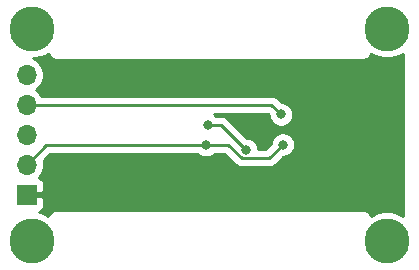
<source format=gbr>
%TF.GenerationSoftware,KiCad,Pcbnew,(5.99.0-11678-ga208dac8d8)*%
%TF.CreationDate,2021-08-19T14:25:42+07:00*%
%TF.ProjectId,sharp_memory_display,73686172-705f-46d6-956d-6f72795f6469,rev?*%
%TF.SameCoordinates,Original*%
%TF.FileFunction,Copper,L1,Top*%
%TF.FilePolarity,Positive*%
%FSLAX46Y46*%
G04 Gerber Fmt 4.6, Leading zero omitted, Abs format (unit mm)*
G04 Created by KiCad (PCBNEW (5.99.0-11678-ga208dac8d8)) date 2021-08-19 14:25:42*
%MOMM*%
%LPD*%
G01*
G04 APERTURE LIST*
%TA.AperFunction,ComponentPad*%
%ADD10C,3.800000*%
%TD*%
%TA.AperFunction,ComponentPad*%
%ADD11O,1.700000X1.700000*%
%TD*%
%TA.AperFunction,ComponentPad*%
%ADD12R,1.700000X1.700000*%
%TD*%
%TA.AperFunction,ViaPad*%
%ADD13C,0.800000*%
%TD*%
%TA.AperFunction,Conductor*%
%ADD14C,0.250000*%
%TD*%
%TA.AperFunction,Conductor*%
%ADD15C,0.254000*%
%TD*%
G04 APERTURE END LIST*
D10*
%TO.P,H4,1*%
%TO.N,N/C*%
X54752642Y-21490389D03*
%TD*%
%TO.P,H3,1*%
%TO.N,N/C*%
X24752642Y-39490389D03*
%TD*%
%TO.P,H2,1*%
%TO.N,N/C*%
X24752642Y-21490389D03*
%TD*%
%TO.P,H1,1*%
%TO.N,N/C*%
X54752642Y-39490389D03*
%TD*%
D11*
%TO.P,J1,5*%
%TO.N,SCLK*%
X24252600Y-25410400D03*
%TO.P,J1,4*%
%TO.N,SI*%
X24252600Y-27950400D03*
%TO.P,J1,3*%
%TO.N,SCS*%
X24252600Y-30490400D03*
%TO.P,J1,2*%
%TO.N,VDD*%
X24252600Y-33030400D03*
D12*
%TO.P,J1,1*%
%TO.N,VSS*%
X24252600Y-35570400D03*
%TD*%
D13*
%TO.N,VDD*%
X39437200Y-31362500D03*
X45952642Y-31315389D03*
%TO.N,SI*%
X45802642Y-28765389D03*
%TO.N,EXTMODE*%
X42849500Y-31768500D03*
X39591300Y-29618300D03*
%TD*%
D14*
%TO.N,VDD*%
X39484311Y-31315389D02*
X39437200Y-31362500D01*
X41323387Y-31315389D02*
X39484311Y-31315389D01*
X44774530Y-32493501D02*
X42501499Y-32493501D01*
X42501499Y-32493501D02*
X41323387Y-31315389D01*
X45952642Y-31315389D02*
X44774530Y-32493501D01*
X25920500Y-31362500D02*
X24252600Y-33030400D01*
X39437200Y-31362500D02*
X25920500Y-31362500D01*
%TO.N,SI*%
X44987653Y-27950400D02*
X24252600Y-27950400D01*
X45802642Y-28765389D02*
X44987653Y-27950400D01*
%TO.N,EXTMODE*%
X39591300Y-29618300D02*
X40699300Y-29618300D01*
X40699300Y-29618300D02*
X42849500Y-31768500D01*
%TD*%
%TO.N,VSS*%
D15*
X26139932Y-23744182D02*
X26201217Y-23858839D01*
X26283694Y-23959337D01*
X26384192Y-24041814D01*
X26498849Y-24103099D01*
X26623259Y-24140839D01*
X26720223Y-24150389D01*
X26752642Y-24153582D01*
X26785061Y-24150389D01*
X52720223Y-24150389D01*
X52752642Y-24153582D01*
X52785061Y-24150389D01*
X52882025Y-24140839D01*
X53006435Y-24103099D01*
X53121092Y-24041814D01*
X53221590Y-23959337D01*
X53304067Y-23858839D01*
X53365352Y-23744182D01*
X53398619Y-23634517D01*
X53551827Y-23736888D01*
X54013168Y-23927982D01*
X54502924Y-24025400D01*
X55002276Y-24025400D01*
X55492032Y-23927982D01*
X55953373Y-23736888D01*
X56092643Y-23643831D01*
X56092642Y-37336969D01*
X55953373Y-37243912D01*
X55492032Y-37052818D01*
X55002276Y-36955400D01*
X54502924Y-36955400D01*
X54013168Y-37052818D01*
X53551827Y-37243912D01*
X53398624Y-37346279D01*
X53365351Y-37236596D01*
X53304066Y-37121939D01*
X53221589Y-37021441D01*
X53121091Y-36938964D01*
X53006434Y-36877679D01*
X52882024Y-36839939D01*
X52785060Y-36830389D01*
X52785053Y-36830389D01*
X52752641Y-36827197D01*
X52720232Y-36830389D01*
X26785061Y-36830389D01*
X26752642Y-36827196D01*
X26720223Y-36830389D01*
X26623259Y-36839939D01*
X26498849Y-36877679D01*
X26384192Y-36938964D01*
X26283694Y-37021441D01*
X26201217Y-37121939D01*
X26139932Y-37236596D01*
X26106645Y-37346326D01*
X25953373Y-37243912D01*
X25492032Y-37052818D01*
X25318859Y-37018372D01*
X25346780Y-37009902D01*
X25457094Y-36950937D01*
X25553785Y-36871585D01*
X25633137Y-36774894D01*
X25692102Y-36664580D01*
X25728412Y-36544882D01*
X25740672Y-36420400D01*
X25737600Y-35856150D01*
X25578850Y-35697400D01*
X24379600Y-35697400D01*
X24379600Y-35717400D01*
X24125600Y-35717400D01*
X24125600Y-35697400D01*
X24105600Y-35697400D01*
X24105600Y-35443400D01*
X24125600Y-35443400D01*
X24125600Y-35423400D01*
X24379600Y-35423400D01*
X24379600Y-35443400D01*
X25578850Y-35443400D01*
X25737600Y-35284650D01*
X25740672Y-34720400D01*
X25728412Y-34595918D01*
X25692102Y-34476220D01*
X25633137Y-34365906D01*
X25553785Y-34269215D01*
X25457094Y-34189863D01*
X25346780Y-34130898D01*
X25274220Y-34108887D01*
X25406075Y-33977032D01*
X25568590Y-33733811D01*
X25680532Y-33463558D01*
X25737600Y-33176660D01*
X25737600Y-32884140D01*
X25693810Y-32663992D01*
X26235302Y-32122500D01*
X38733489Y-32122500D01*
X38777426Y-32166437D01*
X38946944Y-32279705D01*
X39135302Y-32357726D01*
X39335261Y-32397500D01*
X39539139Y-32397500D01*
X39739098Y-32357726D01*
X39927456Y-32279705D01*
X40096974Y-32166437D01*
X40188022Y-32075389D01*
X41008586Y-32075389D01*
X41937700Y-33004504D01*
X41961498Y-33033502D01*
X41990496Y-33057300D01*
X42077222Y-33128475D01*
X42209252Y-33199047D01*
X42352513Y-33242504D01*
X42464166Y-33253501D01*
X42464176Y-33253501D01*
X42501499Y-33257177D01*
X42538822Y-33253501D01*
X44737208Y-33253501D01*
X44774530Y-33257177D01*
X44811852Y-33253501D01*
X44811863Y-33253501D01*
X44923516Y-33242504D01*
X45066777Y-33199047D01*
X45198806Y-33128475D01*
X45314531Y-33033502D01*
X45338334Y-33004498D01*
X45992444Y-32350389D01*
X46054581Y-32350389D01*
X46254540Y-32310615D01*
X46442898Y-32232594D01*
X46612416Y-32119326D01*
X46756579Y-31975163D01*
X46869847Y-31805645D01*
X46947868Y-31617287D01*
X46987642Y-31417328D01*
X46987642Y-31213450D01*
X46947868Y-31013491D01*
X46869847Y-30825133D01*
X46756579Y-30655615D01*
X46612416Y-30511452D01*
X46442898Y-30398184D01*
X46254540Y-30320163D01*
X46054581Y-30280389D01*
X45850703Y-30280389D01*
X45650744Y-30320163D01*
X45462386Y-30398184D01*
X45292868Y-30511452D01*
X45148705Y-30655615D01*
X45035437Y-30825133D01*
X44957416Y-31013491D01*
X44917642Y-31213450D01*
X44917642Y-31275587D01*
X44459729Y-31733501D01*
X43884500Y-31733501D01*
X43884500Y-31666561D01*
X43844726Y-31466602D01*
X43766705Y-31278244D01*
X43653437Y-31108726D01*
X43509274Y-30964563D01*
X43339756Y-30851295D01*
X43151398Y-30773274D01*
X42951439Y-30733500D01*
X42889302Y-30733500D01*
X41263104Y-29107303D01*
X41239301Y-29078299D01*
X41123576Y-28983326D01*
X40991547Y-28912754D01*
X40848286Y-28869297D01*
X40736633Y-28858300D01*
X40736622Y-28858300D01*
X40699300Y-28854624D01*
X40661978Y-28858300D01*
X40295011Y-28858300D01*
X40251074Y-28814363D01*
X40095482Y-28710400D01*
X44672851Y-28710400D01*
X44767642Y-28805191D01*
X44767642Y-28867328D01*
X44807416Y-29067287D01*
X44885437Y-29255645D01*
X44998705Y-29425163D01*
X45142868Y-29569326D01*
X45312386Y-29682594D01*
X45500744Y-29760615D01*
X45700703Y-29800389D01*
X45904581Y-29800389D01*
X46104540Y-29760615D01*
X46292898Y-29682594D01*
X46462416Y-29569326D01*
X46606579Y-29425163D01*
X46719847Y-29255645D01*
X46797868Y-29067287D01*
X46837642Y-28867328D01*
X46837642Y-28663450D01*
X46797868Y-28463491D01*
X46719847Y-28275133D01*
X46606579Y-28105615D01*
X46462416Y-27961452D01*
X46292898Y-27848184D01*
X46104540Y-27770163D01*
X45904581Y-27730389D01*
X45842444Y-27730389D01*
X45551456Y-27439402D01*
X45527654Y-27410399D01*
X45411929Y-27315426D01*
X45279900Y-27244854D01*
X45136639Y-27201397D01*
X45024986Y-27190400D01*
X45024975Y-27190400D01*
X44987653Y-27186724D01*
X44950331Y-27190400D01*
X25530778Y-27190400D01*
X25406075Y-27003768D01*
X25199232Y-26796925D01*
X25024840Y-26680400D01*
X25199232Y-26563875D01*
X25406075Y-26357032D01*
X25568590Y-26113811D01*
X25680532Y-25843558D01*
X25737600Y-25556660D01*
X25737600Y-25264140D01*
X25680532Y-24977242D01*
X25568590Y-24706989D01*
X25406075Y-24463768D01*
X25199232Y-24256925D01*
X24956011Y-24094410D01*
X24789405Y-24025400D01*
X25002276Y-24025400D01*
X25492032Y-23927982D01*
X25953373Y-23736888D01*
X26106651Y-23634471D01*
X26139932Y-23744182D02*
X26106651Y-23634471D01*
%TA.AperFunction,Conductor*%
G36*
X26139932Y-23744182D02*
G01*
X26201217Y-23858839D01*
X26283694Y-23959337D01*
X26384192Y-24041814D01*
X26498849Y-24103099D01*
X26623259Y-24140839D01*
X26720223Y-24150389D01*
X26752642Y-24153582D01*
X26785061Y-24150389D01*
X52720223Y-24150389D01*
X52752642Y-24153582D01*
X52785061Y-24150389D01*
X52882025Y-24140839D01*
X53006435Y-24103099D01*
X53121092Y-24041814D01*
X53221590Y-23959337D01*
X53304067Y-23858839D01*
X53365352Y-23744182D01*
X53398619Y-23634517D01*
X53551827Y-23736888D01*
X54013168Y-23927982D01*
X54502924Y-24025400D01*
X55002276Y-24025400D01*
X55492032Y-23927982D01*
X55953373Y-23736888D01*
X56092643Y-23643831D01*
X56092642Y-37336969D01*
X55953373Y-37243912D01*
X55492032Y-37052818D01*
X55002276Y-36955400D01*
X54502924Y-36955400D01*
X54013168Y-37052818D01*
X53551827Y-37243912D01*
X53398624Y-37346279D01*
X53365351Y-37236596D01*
X53304066Y-37121939D01*
X53221589Y-37021441D01*
X53121091Y-36938964D01*
X53006434Y-36877679D01*
X52882024Y-36839939D01*
X52785060Y-36830389D01*
X52785053Y-36830389D01*
X52752641Y-36827197D01*
X52720232Y-36830389D01*
X26785061Y-36830389D01*
X26752642Y-36827196D01*
X26720223Y-36830389D01*
X26623259Y-36839939D01*
X26498849Y-36877679D01*
X26384192Y-36938964D01*
X26283694Y-37021441D01*
X26201217Y-37121939D01*
X26139932Y-37236596D01*
X26106645Y-37346326D01*
X25953373Y-37243912D01*
X25492032Y-37052818D01*
X25318859Y-37018372D01*
X25346780Y-37009902D01*
X25457094Y-36950937D01*
X25553785Y-36871585D01*
X25633137Y-36774894D01*
X25692102Y-36664580D01*
X25728412Y-36544882D01*
X25740672Y-36420400D01*
X25737600Y-35856150D01*
X25578850Y-35697400D01*
X24379600Y-35697400D01*
X24379600Y-35717400D01*
X24125600Y-35717400D01*
X24125600Y-35697400D01*
X24105600Y-35697400D01*
X24105600Y-35443400D01*
X24125600Y-35443400D01*
X24125600Y-35423400D01*
X24379600Y-35423400D01*
X24379600Y-35443400D01*
X25578850Y-35443400D01*
X25737600Y-35284650D01*
X25740672Y-34720400D01*
X25728412Y-34595918D01*
X25692102Y-34476220D01*
X25633137Y-34365906D01*
X25553785Y-34269215D01*
X25457094Y-34189863D01*
X25346780Y-34130898D01*
X25274220Y-34108887D01*
X25406075Y-33977032D01*
X25568590Y-33733811D01*
X25680532Y-33463558D01*
X25737600Y-33176660D01*
X25737600Y-32884140D01*
X25693810Y-32663992D01*
X26235302Y-32122500D01*
X38733489Y-32122500D01*
X38777426Y-32166437D01*
X38946944Y-32279705D01*
X39135302Y-32357726D01*
X39335261Y-32397500D01*
X39539139Y-32397500D01*
X39739098Y-32357726D01*
X39927456Y-32279705D01*
X40096974Y-32166437D01*
X40188022Y-32075389D01*
X41008586Y-32075389D01*
X41937700Y-33004504D01*
X41961498Y-33033502D01*
X41990496Y-33057300D01*
X42077222Y-33128475D01*
X42209252Y-33199047D01*
X42352513Y-33242504D01*
X42464166Y-33253501D01*
X42464176Y-33253501D01*
X42501499Y-33257177D01*
X42538822Y-33253501D01*
X44737208Y-33253501D01*
X44774530Y-33257177D01*
X44811852Y-33253501D01*
X44811863Y-33253501D01*
X44923516Y-33242504D01*
X45066777Y-33199047D01*
X45198806Y-33128475D01*
X45314531Y-33033502D01*
X45338334Y-33004498D01*
X45992444Y-32350389D01*
X46054581Y-32350389D01*
X46254540Y-32310615D01*
X46442898Y-32232594D01*
X46612416Y-32119326D01*
X46756579Y-31975163D01*
X46869847Y-31805645D01*
X46947868Y-31617287D01*
X46987642Y-31417328D01*
X46987642Y-31213450D01*
X46947868Y-31013491D01*
X46869847Y-30825133D01*
X46756579Y-30655615D01*
X46612416Y-30511452D01*
X46442898Y-30398184D01*
X46254540Y-30320163D01*
X46054581Y-30280389D01*
X45850703Y-30280389D01*
X45650744Y-30320163D01*
X45462386Y-30398184D01*
X45292868Y-30511452D01*
X45148705Y-30655615D01*
X45035437Y-30825133D01*
X44957416Y-31013491D01*
X44917642Y-31213450D01*
X44917642Y-31275587D01*
X44459729Y-31733501D01*
X43884500Y-31733501D01*
X43884500Y-31666561D01*
X43844726Y-31466602D01*
X43766705Y-31278244D01*
X43653437Y-31108726D01*
X43509274Y-30964563D01*
X43339756Y-30851295D01*
X43151398Y-30773274D01*
X42951439Y-30733500D01*
X42889302Y-30733500D01*
X41263104Y-29107303D01*
X41239301Y-29078299D01*
X41123576Y-28983326D01*
X40991547Y-28912754D01*
X40848286Y-28869297D01*
X40736633Y-28858300D01*
X40736622Y-28858300D01*
X40699300Y-28854624D01*
X40661978Y-28858300D01*
X40295011Y-28858300D01*
X40251074Y-28814363D01*
X40095482Y-28710400D01*
X44672851Y-28710400D01*
X44767642Y-28805191D01*
X44767642Y-28867328D01*
X44807416Y-29067287D01*
X44885437Y-29255645D01*
X44998705Y-29425163D01*
X45142868Y-29569326D01*
X45312386Y-29682594D01*
X45500744Y-29760615D01*
X45700703Y-29800389D01*
X45904581Y-29800389D01*
X46104540Y-29760615D01*
X46292898Y-29682594D01*
X46462416Y-29569326D01*
X46606579Y-29425163D01*
X46719847Y-29255645D01*
X46797868Y-29067287D01*
X46837642Y-28867328D01*
X46837642Y-28663450D01*
X46797868Y-28463491D01*
X46719847Y-28275133D01*
X46606579Y-28105615D01*
X46462416Y-27961452D01*
X46292898Y-27848184D01*
X46104540Y-27770163D01*
X45904581Y-27730389D01*
X45842444Y-27730389D01*
X45551456Y-27439402D01*
X45527654Y-27410399D01*
X45411929Y-27315426D01*
X45279900Y-27244854D01*
X45136639Y-27201397D01*
X45024986Y-27190400D01*
X45024975Y-27190400D01*
X44987653Y-27186724D01*
X44950331Y-27190400D01*
X25530778Y-27190400D01*
X25406075Y-27003768D01*
X25199232Y-26796925D01*
X25024840Y-26680400D01*
X25199232Y-26563875D01*
X25406075Y-26357032D01*
X25568590Y-26113811D01*
X25680532Y-25843558D01*
X25737600Y-25556660D01*
X25737600Y-25264140D01*
X25680532Y-24977242D01*
X25568590Y-24706989D01*
X25406075Y-24463768D01*
X25199232Y-24256925D01*
X24956011Y-24094410D01*
X24789405Y-24025400D01*
X25002276Y-24025400D01*
X25492032Y-23927982D01*
X25953373Y-23736888D01*
X26106651Y-23634471D01*
X26139932Y-23744182D01*
G37*
%TD.AperFunction*%
%TD*%
M02*

</source>
